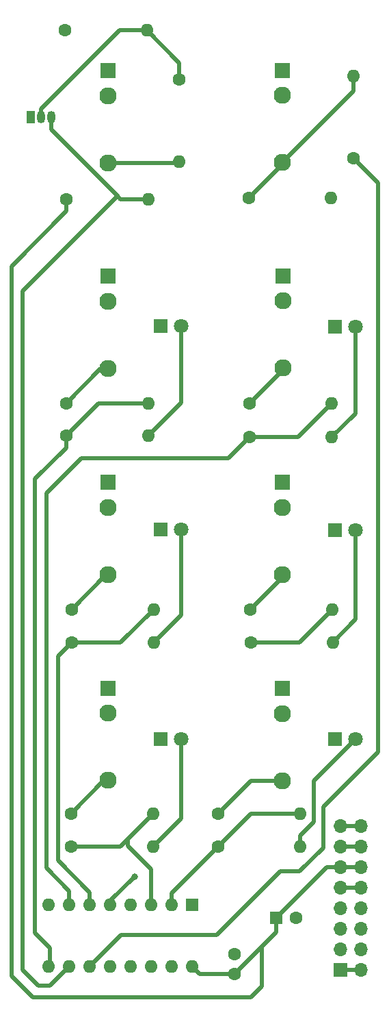
<source format=gbr>
%TF.GenerationSoftware,KiCad,Pcbnew,7.0.7*%
%TF.CreationDate,2025-01-17T09:26:31-05:00*%
%TF.ProjectId,ClockDiv_v2,436c6f63-6b44-4697-965f-76322e6b6963,rev?*%
%TF.SameCoordinates,Original*%
%TF.FileFunction,Copper,L1,Top*%
%TF.FilePolarity,Positive*%
%FSLAX46Y46*%
G04 Gerber Fmt 4.6, Leading zero omitted, Abs format (unit mm)*
G04 Created by KiCad (PCBNEW 7.0.7) date 2025-01-17 09:26:31*
%MOMM*%
%LPD*%
G01*
G04 APERTURE LIST*
%TA.AperFunction,ComponentPad*%
%ADD10R,1.800000X1.800000*%
%TD*%
%TA.AperFunction,ComponentPad*%
%ADD11C,1.800000*%
%TD*%
%TA.AperFunction,ComponentPad*%
%ADD12C,1.600000*%
%TD*%
%TA.AperFunction,ComponentPad*%
%ADD13O,1.600000X1.600000*%
%TD*%
%TA.AperFunction,ComponentPad*%
%ADD14R,1.930000X1.830000*%
%TD*%
%TA.AperFunction,ComponentPad*%
%ADD15C,2.130000*%
%TD*%
%TA.AperFunction,ComponentPad*%
%ADD16R,1.600000X1.600000*%
%TD*%
%TA.AperFunction,ComponentPad*%
%ADD17R,1.050000X1.500000*%
%TD*%
%TA.AperFunction,ComponentPad*%
%ADD18O,1.050000X1.500000*%
%TD*%
%TA.AperFunction,ComponentPad*%
%ADD19R,1.700000X1.700000*%
%TD*%
%TA.AperFunction,ComponentPad*%
%ADD20O,1.700000X1.700000*%
%TD*%
%TA.AperFunction,ViaPad*%
%ADD21C,0.800000*%
%TD*%
%TA.AperFunction,Conductor*%
%ADD22C,0.500000*%
%TD*%
G04 APERTURE END LIST*
D10*
%TO.P,D3,1,K*%
%TO.N,GND*%
X135835000Y-94825000D03*
D11*
%TO.P,D3,2,A*%
%TO.N,Net-(D3-A)*%
X138375000Y-94825000D03*
%TD*%
D10*
%TO.P,D4,1,K*%
%TO.N,GND*%
X157460000Y-94875000D03*
D11*
%TO.P,D4,2,A*%
%TO.N,Net-(D4-A)*%
X160000000Y-94875000D03*
%TD*%
D12*
%TO.P,R9,1*%
%TO.N,Net-(J5-PadT)*%
X146850000Y-79250000D03*
D13*
%TO.P,R9,2*%
%TO.N,Net-(U1-Q1)*%
X157010000Y-79250000D03*
%TD*%
D10*
%TO.P,D6,1,K*%
%TO.N,GND*%
X157450000Y-120700000D03*
D11*
%TO.P,D6,2,A*%
%TO.N,Net-(D6-A)*%
X159990000Y-120700000D03*
%TD*%
D12*
%TO.P,R7,1*%
%TO.N,Net-(U1-Q0)*%
X124140000Y-83225000D03*
D13*
%TO.P,R7,2*%
%TO.N,Net-(D1-A)*%
X134300000Y-83225000D03*
%TD*%
D14*
%TO.P,J7,S*%
%TO.N,GND*%
X150925000Y-88950000D03*
D15*
%TO.P,J7,T*%
%TO.N,Net-(J7-PadT)*%
X150925000Y-100350000D03*
%TO.P,J7,TN*%
%TO.N,N/C*%
X150925000Y-92050000D03*
%TD*%
D14*
%TO.P,J9,S*%
%TO.N,GND*%
X150925000Y-114425000D03*
D15*
%TO.P,J9,T*%
%TO.N,Net-(J9-PadT)*%
X150925000Y-125825000D03*
%TO.P,J9,TN*%
%TO.N,N/C*%
X150925000Y-117525000D03*
%TD*%
D12*
%TO.P,R6,1*%
%TO.N,Net-(J4-PadT)*%
X124140000Y-79175000D03*
D13*
%TO.P,R6,2*%
%TO.N,Net-(U1-Q0)*%
X134300000Y-79175000D03*
%TD*%
D10*
%TO.P,D2,1,K*%
%TO.N,GND*%
X157450000Y-69700000D03*
D11*
%TO.P,D2,2,A*%
%TO.N,Net-(D2-A)*%
X159990000Y-69700000D03*
%TD*%
D12*
%TO.P,R5,1*%
%TO.N,Net-(U1-Reset)*%
X159750000Y-48900000D03*
D13*
%TO.P,R5,2*%
%TO.N,Net-(J3-PadT)*%
X159750000Y-38740000D03*
%TD*%
D12*
%TO.P,R11,1*%
%TO.N,Net-(J6-PadT)*%
X124815000Y-104675000D03*
D13*
%TO.P,R11,2*%
%TO.N,Net-(U1-Q2)*%
X134975000Y-104675000D03*
%TD*%
D14*
%TO.P,J6,S*%
%TO.N,GND*%
X129325000Y-88975000D03*
D15*
%TO.P,J6,T*%
%TO.N,Net-(J6-PadT)*%
X129325000Y-100375000D03*
%TO.P,J6,TN*%
%TO.N,N/C*%
X129325000Y-92075000D03*
%TD*%
D16*
%TO.P,U1,1,Q11*%
%TO.N,unconnected-(U1-Q11-Pad1)*%
X139775000Y-141225000D03*
D13*
%TO.P,U1,2,Q5*%
%TO.N,Net-(U1-Q5)*%
X137235000Y-141225000D03*
%TO.P,U1,3,Q4*%
%TO.N,Net-(U1-Q4)*%
X134695000Y-141225000D03*
%TO.P,U1,4,Q6*%
%TO.N,unconnected-(U1-Q6-Pad4)*%
X132155000Y-141225000D03*
%TO.P,U1,5,Q3*%
%TO.N,Net-(U1-Q3)*%
X129615000Y-141225000D03*
%TO.P,U1,6,Q2*%
%TO.N,Net-(U1-Q2)*%
X127075000Y-141225000D03*
%TO.P,U1,7,Q1*%
%TO.N,Net-(U1-Q1)*%
X124535000Y-141225000D03*
%TO.P,U1,8,VSS*%
%TO.N,GND*%
X121995000Y-141225000D03*
%TO.P,U1,9,Q0*%
%TO.N,Net-(U1-Q0)*%
X121995000Y-148845000D03*
%TO.P,U1,10,CLK*%
%TO.N,Net-(Q1-C)*%
X124535000Y-148845000D03*
%TO.P,U1,11,Reset*%
%TO.N,Net-(U1-Reset)*%
X127075000Y-148845000D03*
%TO.P,U1,12,Q8*%
%TO.N,unconnected-(U1-Q8-Pad12)*%
X129615000Y-148845000D03*
%TO.P,U1,13,Q7*%
%TO.N,unconnected-(U1-Q7-Pad13)*%
X132155000Y-148845000D03*
%TO.P,U1,14,Q9*%
%TO.N,unconnected-(U1-Q9-Pad14)*%
X134695000Y-148845000D03*
%TO.P,U1,15,Q10*%
%TO.N,unconnected-(U1-Q10-Pad15)*%
X137235000Y-148845000D03*
%TO.P,U1,16,VDD*%
%TO.N,+5V*%
X139775000Y-148845000D03*
%TD*%
D17*
%TO.P,Q1,1,E*%
%TO.N,GND*%
X119760000Y-43800000D03*
D18*
%TO.P,Q1,2,B*%
%TO.N,Net-(Q1-B)*%
X121030000Y-43800000D03*
%TO.P,Q1,3,C*%
%TO.N,Net-(Q1-C)*%
X122300000Y-43800000D03*
%TD*%
D12*
%TO.P,R3,1*%
%TO.N,Net-(Q1-B)*%
X138175000Y-39140000D03*
D13*
%TO.P,R3,2*%
%TO.N,Net-(J2-PadT)*%
X138175000Y-49300000D03*
%TD*%
D16*
%TO.P,C2,1*%
%TO.N,+5V*%
X150160000Y-142825000D03*
D12*
%TO.P,C2,2*%
%TO.N,GND*%
X152660000Y-142825000D03*
%TD*%
D14*
%TO.P,J8,S*%
%TO.N,GND*%
X129325000Y-114400000D03*
D15*
%TO.P,J8,T*%
%TO.N,Net-(J8-PadT)*%
X129325000Y-125800000D03*
%TO.P,J8,TN*%
%TO.N,N/C*%
X129325000Y-117500000D03*
%TD*%
D14*
%TO.P,J3,S*%
%TO.N,GND*%
X150925000Y-38050000D03*
D15*
%TO.P,J3,T*%
%TO.N,Net-(J3-PadT)*%
X150925000Y-49450000D03*
%TO.P,J3,TN*%
%TO.N,N/C*%
X150925000Y-41150000D03*
%TD*%
D12*
%TO.P,R13,1*%
%TO.N,Net-(J7-PadT)*%
X146975000Y-104675000D03*
D13*
%TO.P,R13,2*%
%TO.N,Net-(U1-Q3)*%
X157135000Y-104675000D03*
%TD*%
D12*
%TO.P,R15,1*%
%TO.N,Net-(J8-PadT)*%
X124750000Y-129900000D03*
D13*
%TO.P,R15,2*%
%TO.N,Net-(U1-Q4)*%
X134910000Y-129900000D03*
%TD*%
D12*
%TO.P,R12,1*%
%TO.N,Net-(U1-Q3)*%
X147000000Y-108750000D03*
D13*
%TO.P,R12,2*%
%TO.N,Net-(D4-A)*%
X157160000Y-108750000D03*
%TD*%
D10*
%TO.P,D5,1,K*%
%TO.N,GND*%
X135835000Y-120725000D03*
D11*
%TO.P,D5,2,A*%
%TO.N,Net-(D5-A)*%
X138375000Y-120725000D03*
%TD*%
D14*
%TO.P,J5,S*%
%TO.N,GND*%
X151000000Y-63450000D03*
D15*
%TO.P,J5,T*%
%TO.N,Net-(J5-PadT)*%
X151000000Y-74850000D03*
%TO.P,J5,TN*%
%TO.N,N/C*%
X151000000Y-66550000D03*
%TD*%
D14*
%TO.P,J2,S*%
%TO.N,GND*%
X129368095Y-38066967D03*
D15*
%TO.P,J2,T*%
%TO.N,Net-(J2-PadT)*%
X129368095Y-49466967D03*
%TO.P,J2,TN*%
%TO.N,N/C*%
X129368095Y-41166967D03*
%TD*%
D12*
%TO.P,R4,1*%
%TO.N,Net-(J3-PadT)*%
X146750000Y-53800000D03*
D13*
%TO.P,R4,2*%
%TO.N,GND*%
X156910000Y-53800000D03*
%TD*%
D14*
%TO.P,J4,S*%
%TO.N,GND*%
X129375000Y-63475000D03*
D15*
%TO.P,J4,T*%
%TO.N,Net-(J4-PadT)*%
X129375000Y-74875000D03*
%TO.P,J4,TN*%
%TO.N,N/C*%
X129375000Y-66575000D03*
%TD*%
D12*
%TO.P,R2,1*%
%TO.N,+5V*%
X124190000Y-53950000D03*
D13*
%TO.P,R2,2*%
%TO.N,Net-(Q1-C)*%
X134350000Y-53950000D03*
%TD*%
D12*
%TO.P,R10,1*%
%TO.N,Net-(U1-Q2)*%
X124815000Y-108750000D03*
D13*
%TO.P,R10,2*%
%TO.N,Net-(D3-A)*%
X134975000Y-108750000D03*
%TD*%
D12*
%TO.P,R8,1*%
%TO.N,Net-(U1-Q1)*%
X146875000Y-83400000D03*
D13*
%TO.P,R8,2*%
%TO.N,Net-(D2-A)*%
X157035000Y-83400000D03*
%TD*%
D12*
%TO.P,R14,1*%
%TO.N,Net-(U1-Q4)*%
X124775000Y-133950000D03*
D13*
%TO.P,R14,2*%
%TO.N,Net-(D5-A)*%
X134935000Y-133950000D03*
%TD*%
D12*
%TO.P,R1,1*%
%TO.N,GND*%
X124015000Y-33100000D03*
D13*
%TO.P,R1,2*%
%TO.N,Net-(Q1-B)*%
X134175000Y-33100000D03*
%TD*%
D12*
%TO.P,C1,1*%
%TO.N,+5V*%
X144960000Y-149750000D03*
%TO.P,C1,2*%
%TO.N,GND*%
X144960000Y-147250000D03*
%TD*%
%TO.P,R17,1*%
%TO.N,Net-(J9-PadT)*%
X142975000Y-129900000D03*
D13*
%TO.P,R17,2*%
%TO.N,Net-(U1-Q5)*%
X153135000Y-129900000D03*
%TD*%
D12*
%TO.P,R16,1*%
%TO.N,Net-(U1-Q5)*%
X142975000Y-134000000D03*
D13*
%TO.P,R16,2*%
%TO.N,Net-(D6-A)*%
X153135000Y-134000000D03*
%TD*%
D10*
%TO.P,D1,1,K*%
%TO.N,GND*%
X135835000Y-69675000D03*
D11*
%TO.P,D1,2,A*%
%TO.N,Net-(D1-A)*%
X138375000Y-69675000D03*
%TD*%
D19*
%TO.P,J10,1,Pin_1*%
%TO.N,-12V*%
X158135000Y-149255000D03*
D20*
%TO.P,J10,2,Pin_2*%
X160675000Y-149255000D03*
%TO.P,J10,3,Pin_3*%
%TO.N,GND*%
X158135000Y-146715000D03*
%TO.P,J10,4,Pin_4*%
X160675000Y-146715000D03*
%TO.P,J10,5,Pin_5*%
X158135000Y-144175000D03*
%TO.P,J10,6,Pin_6*%
X160675000Y-144175000D03*
%TO.P,J10,7,Pin_7*%
X158135000Y-141635000D03*
%TO.P,J10,8,Pin_8*%
X160675000Y-141635000D03*
%TO.P,J10,9,Pin_9*%
%TO.N,+12V*%
X158135000Y-139095000D03*
%TO.P,J10,10,Pin_10*%
X160675000Y-139095000D03*
%TO.P,J10,11,Pin_11*%
%TO.N,+5V*%
X158135000Y-136555000D03*
%TO.P,J10,12,Pin_12*%
X160675000Y-136555000D03*
%TO.P,J10,13,Pin_13*%
%TO.N,unconnected-(J10-Pin_13-Pad13)*%
X158135000Y-134015000D03*
%TO.P,J10,14,Pin_14*%
X160675000Y-134015000D03*
%TO.P,J10,15,Pin_15*%
%TO.N,unconnected-(J10-Pin_15-Pad15)*%
X158135000Y-131475000D03*
%TO.P,J10,16,Pin_16*%
X160675000Y-131475000D03*
%TD*%
D21*
%TO.N,Net-(U1-Q3)*%
X132600000Y-137675000D03*
%TD*%
D22*
%TO.N,Net-(Q1-C)*%
X124535000Y-148845000D02*
X122180000Y-151200000D01*
X122180000Y-151200000D02*
X120720000Y-151200000D01*
X120720000Y-151200000D02*
X118775000Y-149255000D01*
X118775000Y-149255000D02*
X118775000Y-65300000D01*
X118775000Y-65300000D02*
X130500000Y-53575000D01*
%TO.N,+5V*%
X148397500Y-146312500D02*
X148397500Y-151277500D01*
X124190000Y-55410000D02*
X124190000Y-53950000D01*
X148397500Y-151277500D02*
X147021000Y-152654000D01*
X147021000Y-152654000D02*
X120014000Y-152654000D01*
X117360000Y-62240000D02*
X124190000Y-55410000D01*
X120014000Y-152654000D02*
X117360000Y-150000000D01*
X117360000Y-150000000D02*
X117360000Y-62240000D01*
%TO.N,Net-(D1-A)*%
X138375000Y-79150000D02*
X138375000Y-69675000D01*
X134300000Y-83225000D02*
X138375000Y-79150000D01*
%TO.N,Net-(D2-A)*%
X159990000Y-80445000D02*
X159990000Y-69700000D01*
X157035000Y-83400000D02*
X159990000Y-80445000D01*
%TO.N,Net-(D3-A)*%
X134975000Y-108750000D02*
X138375000Y-105350000D01*
X138375000Y-105350000D02*
X138375000Y-94825000D01*
%TO.N,Net-(D4-A)*%
X157160000Y-108750000D02*
X160000000Y-105910000D01*
X160000000Y-105910000D02*
X160000000Y-94875000D01*
%TO.N,Net-(D5-A)*%
X138375000Y-130510000D02*
X138375000Y-120725000D01*
X134935000Y-133950000D02*
X138375000Y-130510000D01*
%TO.N,Net-(D6-A)*%
X154800000Y-125890000D02*
X159990000Y-120700000D01*
X154800000Y-130950000D02*
X154800000Y-125890000D01*
X153135000Y-134000000D02*
X153135000Y-132615000D01*
X153135000Y-132615000D02*
X154800000Y-130950000D01*
%TO.N,Net-(Q1-B)*%
X121030000Y-43800000D02*
X121030000Y-42820000D01*
X138175000Y-39140000D02*
X138175000Y-37100000D01*
X121030000Y-42820000D02*
X130750000Y-33100000D01*
X138175000Y-37100000D02*
X134175000Y-33100000D01*
X130750000Y-33100000D02*
X134175000Y-33100000D01*
%TO.N,Net-(Q1-C)*%
X134350000Y-53950000D02*
X130875000Y-53950000D01*
X122300000Y-45375000D02*
X122300000Y-43800000D01*
X130875000Y-53950000D02*
X130500000Y-53575000D01*
X130500000Y-53575000D02*
X122300000Y-45375000D01*
%TO.N,Net-(J2-PadT)*%
X138008033Y-49466967D02*
X138175000Y-49300000D01*
X129368095Y-49466967D02*
X138008033Y-49466967D01*
%TO.N,Net-(J3-PadT)*%
X159750000Y-38740000D02*
X159750000Y-40625000D01*
X146750000Y-53800000D02*
X150925000Y-49625000D01*
X150925000Y-49625000D02*
X150925000Y-49450000D01*
X159750000Y-40625000D02*
X150925000Y-49450000D01*
%TO.N,Net-(U1-Reset)*%
X156025000Y-134125000D02*
X156025000Y-129050000D01*
X156025000Y-129050000D02*
X162775000Y-122300000D01*
X153075000Y-137075000D02*
X156025000Y-134125000D01*
X162775000Y-122300000D02*
X162775000Y-51925000D01*
X142825000Y-144950000D02*
X150700000Y-137075000D01*
X150700000Y-137075000D02*
X153075000Y-137075000D01*
X127075000Y-148845000D02*
X130970000Y-144950000D01*
X130970000Y-144950000D02*
X142825000Y-144950000D01*
X162775000Y-51925000D02*
X159750000Y-48900000D01*
%TO.N,Net-(J4-PadT)*%
X124140000Y-79175000D02*
X128440000Y-74875000D01*
X128440000Y-74875000D02*
X129375000Y-74875000D01*
%TO.N,Net-(U1-Q0)*%
X122135000Y-146500000D02*
X120310000Y-144675000D01*
X121995000Y-148845000D02*
X122130000Y-148845000D01*
X134300000Y-79175000D02*
X128190000Y-79175000D01*
X122135000Y-148850000D02*
X122135000Y-146500000D01*
X122130000Y-148845000D02*
X122135000Y-148850000D01*
X124140000Y-84685000D02*
X124140000Y-83225000D01*
X120310000Y-88515000D02*
X124140000Y-84685000D01*
X128190000Y-79175000D02*
X124140000Y-83225000D01*
X120310000Y-144675000D02*
X120310000Y-88515000D01*
%TO.N,Net-(U1-Q1)*%
X124535000Y-139485000D02*
X121700000Y-136650000D01*
X146875000Y-83400000D02*
X152860000Y-83400000D01*
X126000000Y-86000000D02*
X144275000Y-86000000D01*
X144275000Y-86000000D02*
X146875000Y-83400000D01*
X121700000Y-90300000D02*
X126000000Y-86000000D01*
X121700000Y-136650000D02*
X121700000Y-90300000D01*
X152860000Y-83400000D02*
X157010000Y-79250000D01*
X124535000Y-141225000D02*
X124535000Y-139485000D01*
%TO.N,Net-(J5-PadT)*%
X151000000Y-75100000D02*
X151000000Y-74850000D01*
X146850000Y-79250000D02*
X151000000Y-75100000D01*
%TO.N,Net-(U1-Q2)*%
X127075000Y-141225000D02*
X127075000Y-139625000D01*
X130900000Y-108750000D02*
X134975000Y-104675000D01*
X123150000Y-135700000D02*
X123150000Y-110415000D01*
X124815000Y-108750000D02*
X130900000Y-108750000D01*
X127075000Y-139625000D02*
X123150000Y-135700000D01*
X123150000Y-110415000D02*
X124815000Y-108750000D01*
%TO.N,Net-(J6-PadT)*%
X129115000Y-100375000D02*
X129325000Y-100375000D01*
X124815000Y-104675000D02*
X129115000Y-100375000D01*
%TO.N,Net-(U1-Q3)*%
X147000000Y-108750000D02*
X153060000Y-108750000D01*
X153060000Y-108750000D02*
X157135000Y-104675000D01*
X129615000Y-140660000D02*
X132600000Y-137675000D01*
X129615000Y-141225000D02*
X129615000Y-140660000D01*
%TO.N,Net-(J7-PadT)*%
X150925000Y-100725000D02*
X150925000Y-100350000D01*
X146975000Y-104675000D02*
X150925000Y-100725000D01*
%TO.N,Net-(U1-Q4)*%
X134695000Y-136820000D02*
X131780000Y-133905000D01*
X130860000Y-133950000D02*
X131780000Y-133030000D01*
X131780000Y-133905000D02*
X131780000Y-133030000D01*
X124775000Y-133950000D02*
X130860000Y-133950000D01*
X134695000Y-141225000D02*
X134695000Y-136820000D01*
X131780000Y-133030000D02*
X134910000Y-129900000D01*
%TO.N,Net-(J8-PadT)*%
X124750000Y-129900000D02*
X128850000Y-125800000D01*
X128850000Y-125800000D02*
X129325000Y-125800000D01*
%TO.N,Net-(U1-Q5)*%
X137235000Y-139740000D02*
X142975000Y-134000000D01*
X153135000Y-129900000D02*
X147075000Y-129900000D01*
X137235000Y-141225000D02*
X137235000Y-139740000D01*
X147075000Y-129900000D02*
X142975000Y-134000000D01*
X142975000Y-134025000D02*
X142975000Y-134000000D01*
%TO.N,Net-(J9-PadT)*%
X147050000Y-125825000D02*
X150925000Y-125825000D01*
X142975000Y-129900000D02*
X147050000Y-125825000D01*
%TO.N,+12V*%
X160675000Y-139095000D02*
X158135000Y-139095000D01*
%TO.N,-12V*%
X160675000Y-149255000D02*
X158135000Y-149255000D01*
%TO.N,+5V*%
X148397500Y-146312500D02*
X144960000Y-149750000D01*
X150160000Y-144550000D02*
X149222500Y-145487500D01*
X158135000Y-136555000D02*
X156430000Y-136555000D01*
X150160000Y-142825000D02*
X150160000Y-144550000D01*
X160675000Y-136555000D02*
X158135000Y-136555000D01*
X149222500Y-145487500D02*
X148650000Y-146060000D01*
X156430000Y-136555000D02*
X150160000Y-142825000D01*
X140680000Y-149750000D02*
X139775000Y-148845000D01*
X149222500Y-145487500D02*
X148397500Y-146312500D01*
X144960000Y-149750000D02*
X140680000Y-149750000D01*
%TO.N,unconnected-(J10-Pin_13-Pad13)*%
X160675000Y-134015000D02*
X158135000Y-134015000D01*
%TO.N,unconnected-(J10-Pin_15-Pad15)*%
X160675000Y-131475000D02*
X158135000Y-131475000D01*
%TD*%
M02*

</source>
